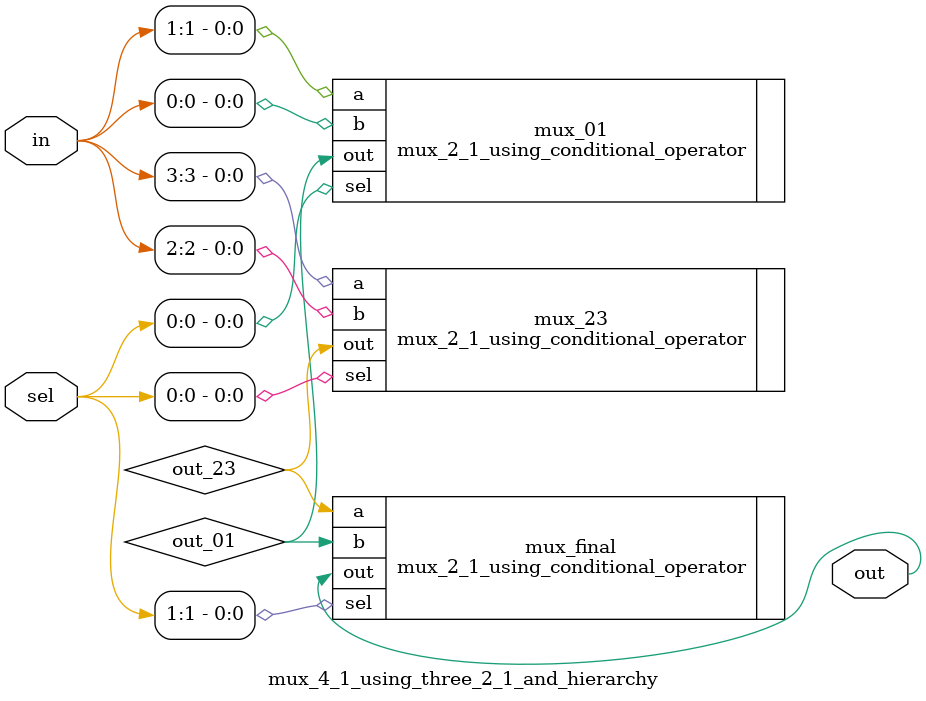
<source format=sv>
module mux_4_1_using_three_2_1_and_hierarchy
(
    input  [3:0] in,
    input  [1:0] sel,
    output       out
);

    logic out_01, out_23;

    mux_2_1_using_conditional_operator mux_01
    (
        .a (in [1]),
        .b (in [0]),
        .sel (sel [0]),
        .out (out_01)
    );

    mux_2_1_using_conditional_operator mux_23
    (
        .a (in [3]),
        .b (in [2]),
        .sel (sel [0]),
        .out (out_23)
    );

    mux_2_1_using_conditional_operator mux_final
    (
        .a (out_23),
        .b (out_01),
        .sel (sel [1]),
        .out (out)
    );

endmodule

</source>
